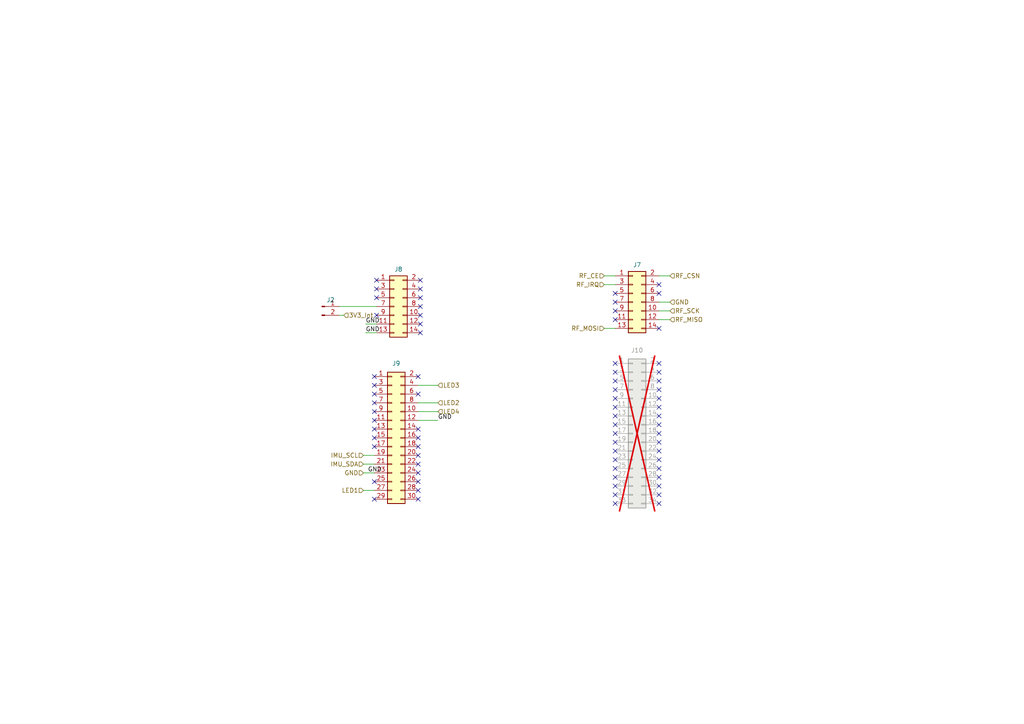
<source format=kicad_sch>
(kicad_sch
	(version 20231120)
	(generator "eeschema")
	(generator_version "8.0")
	(uuid "96a262b1-3a90-43ec-8511-8d0b196b43c8")
	(paper "A4")
	(lib_symbols
		(symbol "Connector:Conn_01x02_Pin"
			(pin_names
				(offset 1.016) hide)
			(exclude_from_sim no)
			(in_bom yes)
			(on_board yes)
			(property "Reference" "J"
				(at 0 2.54 0)
				(effects
					(font
						(size 1.27 1.27)
					)
				)
			)
			(property "Value" "Conn_01x02_Pin"
				(at 0 -5.08 0)
				(effects
					(font
						(size 1.27 1.27)
					)
				)
			)
			(property "Footprint" ""
				(at 0 0 0)
				(effects
					(font
						(size 1.27 1.27)
					)
					(hide yes)
				)
			)
			(property "Datasheet" "~"
				(at 0 0 0)
				(effects
					(font
						(size 1.27 1.27)
					)
					(hide yes)
				)
			)
			(property "Description" "Generic connector, single row, 01x02, script generated"
				(at 0 0 0)
				(effects
					(font
						(size 1.27 1.27)
					)
					(hide yes)
				)
			)
			(property "ki_locked" ""
				(at 0 0 0)
				(effects
					(font
						(size 1.27 1.27)
					)
				)
			)
			(property "ki_keywords" "connector"
				(at 0 0 0)
				(effects
					(font
						(size 1.27 1.27)
					)
					(hide yes)
				)
			)
			(property "ki_fp_filters" "Connector*:*_1x??_*"
				(at 0 0 0)
				(effects
					(font
						(size 1.27 1.27)
					)
					(hide yes)
				)
			)
			(symbol "Conn_01x02_Pin_1_1"
				(polyline
					(pts
						(xy 1.27 -2.54) (xy 0.8636 -2.54)
					)
					(stroke
						(width 0.1524)
						(type default)
					)
					(fill
						(type none)
					)
				)
				(polyline
					(pts
						(xy 1.27 0) (xy 0.8636 0)
					)
					(stroke
						(width 0.1524)
						(type default)
					)
					(fill
						(type none)
					)
				)
				(rectangle
					(start 0.8636 -2.413)
					(end 0 -2.667)
					(stroke
						(width 0.1524)
						(type default)
					)
					(fill
						(type outline)
					)
				)
				(rectangle
					(start 0.8636 0.127)
					(end 0 -0.127)
					(stroke
						(width 0.1524)
						(type default)
					)
					(fill
						(type outline)
					)
				)
				(pin passive line
					(at 5.08 0 180)
					(length 3.81)
					(name "Pin_1"
						(effects
							(font
								(size 1.27 1.27)
							)
						)
					)
					(number "1"
						(effects
							(font
								(size 1.27 1.27)
							)
						)
					)
				)
				(pin passive line
					(at 5.08 -2.54 180)
					(length 3.81)
					(name "Pin_2"
						(effects
							(font
								(size 1.27 1.27)
							)
						)
					)
					(number "2"
						(effects
							(font
								(size 1.27 1.27)
							)
						)
					)
				)
			)
		)
		(symbol "Connector_Generic:Conn_02x07_Odd_Even"
			(pin_names
				(offset 1.016) hide)
			(exclude_from_sim no)
			(in_bom yes)
			(on_board yes)
			(property "Reference" "J"
				(at 1.27 10.16 0)
				(effects
					(font
						(size 1.27 1.27)
					)
				)
			)
			(property "Value" "Conn_02x07_Odd_Even"
				(at 1.27 -10.16 0)
				(effects
					(font
						(size 1.27 1.27)
					)
				)
			)
			(property "Footprint" ""
				(at 0 0 0)
				(effects
					(font
						(size 1.27 1.27)
					)
					(hide yes)
				)
			)
			(property "Datasheet" "~"
				(at 0 0 0)
				(effects
					(font
						(size 1.27 1.27)
					)
					(hide yes)
				)
			)
			(property "Description" "Generic connector, double row, 02x07, odd/even pin numbering scheme (row 1 odd numbers, row 2 even numbers), script generated (kicad-library-utils/schlib/autogen/connector/)"
				(at 0 0 0)
				(effects
					(font
						(size 1.27 1.27)
					)
					(hide yes)
				)
			)
			(property "ki_keywords" "connector"
				(at 0 0 0)
				(effects
					(font
						(size 1.27 1.27)
					)
					(hide yes)
				)
			)
			(property "ki_fp_filters" "Connector*:*_2x??_*"
				(at 0 0 0)
				(effects
					(font
						(size 1.27 1.27)
					)
					(hide yes)
				)
			)
			(symbol "Conn_02x07_Odd_Even_1_1"
				(rectangle
					(start -1.27 -7.493)
					(end 0 -7.747)
					(stroke
						(width 0.1524)
						(type default)
					)
					(fill
						(type none)
					)
				)
				(rectangle
					(start -1.27 -4.953)
					(end 0 -5.207)
					(stroke
						(width 0.1524)
						(type default)
					)
					(fill
						(type none)
					)
				)
				(rectangle
					(start -1.27 -2.413)
					(end 0 -2.667)
					(stroke
						(width 0.1524)
						(type default)
					)
					(fill
						(type none)
					)
				)
				(rectangle
					(start -1.27 0.127)
					(end 0 -0.127)
					(stroke
						(width 0.1524)
						(type default)
					)
					(fill
						(type none)
					)
				)
				(rectangle
					(start -1.27 2.667)
					(end 0 2.413)
					(stroke
						(width 0.1524)
						(type default)
					)
					(fill
						(type none)
					)
				)
				(rectangle
					(start -1.27 5.207)
					(end 0 4.953)
					(stroke
						(width 0.1524)
						(type default)
					)
					(fill
						(type none)
					)
				)
				(rectangle
					(start -1.27 7.747)
					(end 0 7.493)
					(stroke
						(width 0.1524)
						(type default)
					)
					(fill
						(type none)
					)
				)
				(rectangle
					(start -1.27 8.89)
					(end 3.81 -8.89)
					(stroke
						(width 0.254)
						(type default)
					)
					(fill
						(type background)
					)
				)
				(rectangle
					(start 3.81 -7.493)
					(end 2.54 -7.747)
					(stroke
						(width 0.1524)
						(type default)
					)
					(fill
						(type none)
					)
				)
				(rectangle
					(start 3.81 -4.953)
					(end 2.54 -5.207)
					(stroke
						(width 0.1524)
						(type default)
					)
					(fill
						(type none)
					)
				)
				(rectangle
					(start 3.81 -2.413)
					(end 2.54 -2.667)
					(stroke
						(width 0.1524)
						(type default)
					)
					(fill
						(type none)
					)
				)
				(rectangle
					(start 3.81 0.127)
					(end 2.54 -0.127)
					(stroke
						(width 0.1524)
						(type default)
					)
					(fill
						(type none)
					)
				)
				(rectangle
					(start 3.81 2.667)
					(end 2.54 2.413)
					(stroke
						(width 0.1524)
						(type default)
					)
					(fill
						(type none)
					)
				)
				(rectangle
					(start 3.81 5.207)
					(end 2.54 4.953)
					(stroke
						(width 0.1524)
						(type default)
					)
					(fill
						(type none)
					)
				)
				(rectangle
					(start 3.81 7.747)
					(end 2.54 7.493)
					(stroke
						(width 0.1524)
						(type default)
					)
					(fill
						(type none)
					)
				)
				(pin passive line
					(at -5.08 7.62 0)
					(length 3.81)
					(name "Pin_1"
						(effects
							(font
								(size 1.27 1.27)
							)
						)
					)
					(number "1"
						(effects
							(font
								(size 1.27 1.27)
							)
						)
					)
				)
				(pin passive line
					(at 7.62 -2.54 180)
					(length 3.81)
					(name "Pin_10"
						(effects
							(font
								(size 1.27 1.27)
							)
						)
					)
					(number "10"
						(effects
							(font
								(size 1.27 1.27)
							)
						)
					)
				)
				(pin passive line
					(at -5.08 -5.08 0)
					(length 3.81)
					(name "Pin_11"
						(effects
							(font
								(size 1.27 1.27)
							)
						)
					)
					(number "11"
						(effects
							(font
								(size 1.27 1.27)
							)
						)
					)
				)
				(pin passive line
					(at 7.62 -5.08 180)
					(length 3.81)
					(name "Pin_12"
						(effects
							(font
								(size 1.27 1.27)
							)
						)
					)
					(number "12"
						(effects
							(font
								(size 1.27 1.27)
							)
						)
					)
				)
				(pin passive line
					(at -5.08 -7.62 0)
					(length 3.81)
					(name "Pin_13"
						(effects
							(font
								(size 1.27 1.27)
							)
						)
					)
					(number "13"
						(effects
							(font
								(size 1.27 1.27)
							)
						)
					)
				)
				(pin passive line
					(at 7.62 -7.62 180)
					(length 3.81)
					(name "Pin_14"
						(effects
							(font
								(size 1.27 1.27)
							)
						)
					)
					(number "14"
						(effects
							(font
								(size 1.27 1.27)
							)
						)
					)
				)
				(pin passive line
					(at 7.62 7.62 180)
					(length 3.81)
					(name "Pin_2"
						(effects
							(font
								(size 1.27 1.27)
							)
						)
					)
					(number "2"
						(effects
							(font
								(size 1.27 1.27)
							)
						)
					)
				)
				(pin passive line
					(at -5.08 5.08 0)
					(length 3.81)
					(name "Pin_3"
						(effects
							(font
								(size 1.27 1.27)
							)
						)
					)
					(number "3"
						(effects
							(font
								(size 1.27 1.27)
							)
						)
					)
				)
				(pin passive line
					(at 7.62 5.08 180)
					(length 3.81)
					(name "Pin_4"
						(effects
							(font
								(size 1.27 1.27)
							)
						)
					)
					(number "4"
						(effects
							(font
								(size 1.27 1.27)
							)
						)
					)
				)
				(pin passive line
					(at -5.08 2.54 0)
					(length 3.81)
					(name "Pin_5"
						(effects
							(font
								(size 1.27 1.27)
							)
						)
					)
					(number "5"
						(effects
							(font
								(size 1.27 1.27)
							)
						)
					)
				)
				(pin passive line
					(at 7.62 2.54 180)
					(length 3.81)
					(name "Pin_6"
						(effects
							(font
								(size 1.27 1.27)
							)
						)
					)
					(number "6"
						(effects
							(font
								(size 1.27 1.27)
							)
						)
					)
				)
				(pin passive line
					(at -5.08 0 0)
					(length 3.81)
					(name "Pin_7"
						(effects
							(font
								(size 1.27 1.27)
							)
						)
					)
					(number "7"
						(effects
							(font
								(size 1.27 1.27)
							)
						)
					)
				)
				(pin passive line
					(at 7.62 0 180)
					(length 3.81)
					(name "Pin_8"
						(effects
							(font
								(size 1.27 1.27)
							)
						)
					)
					(number "8"
						(effects
							(font
								(size 1.27 1.27)
							)
						)
					)
				)
				(pin passive line
					(at -5.08 -2.54 0)
					(length 3.81)
					(name "Pin_9"
						(effects
							(font
								(size 1.27 1.27)
							)
						)
					)
					(number "9"
						(effects
							(font
								(size 1.27 1.27)
							)
						)
					)
				)
			)
		)
		(symbol "Connector_Generic:Conn_02x15_Odd_Even"
			(pin_names
				(offset 1.016) hide)
			(exclude_from_sim no)
			(in_bom yes)
			(on_board yes)
			(property "Reference" "J"
				(at 1.27 20.32 0)
				(effects
					(font
						(size 1.27 1.27)
					)
				)
			)
			(property "Value" "Conn_02x15_Odd_Even"
				(at 1.27 -20.32 0)
				(effects
					(font
						(size 1.27 1.27)
					)
				)
			)
			(property "Footprint" ""
				(at 0 0 0)
				(effects
					(font
						(size 1.27 1.27)
					)
					(hide yes)
				)
			)
			(property "Datasheet" "~"
				(at 0 0 0)
				(effects
					(font
						(size 1.27 1.27)
					)
					(hide yes)
				)
			)
			(property "Description" "Generic connector, double row, 02x15, odd/even pin numbering scheme (row 1 odd numbers, row 2 even numbers), script generated (kicad-library-utils/schlib/autogen/connector/)"
				(at 0 0 0)
				(effects
					(font
						(size 1.27 1.27)
					)
					(hide yes)
				)
			)
			(property "ki_keywords" "connector"
				(at 0 0 0)
				(effects
					(font
						(size 1.27 1.27)
					)
					(hide yes)
				)
			)
			(property "ki_fp_filters" "Connector*:*_2x??_*"
				(at 0 0 0)
				(effects
					(font
						(size 1.27 1.27)
					)
					(hide yes)
				)
			)
			(symbol "Conn_02x15_Odd_Even_1_1"
				(rectangle
					(start -1.27 -17.653)
					(end 0 -17.907)
					(stroke
						(width 0.1524)
						(type default)
					)
					(fill
						(type none)
					)
				)
				(rectangle
					(start -1.27 -15.113)
					(end 0 -15.367)
					(stroke
						(width 0.1524)
						(type default)
					)
					(fill
						(type none)
					)
				)
				(rectangle
					(start -1.27 -12.573)
					(end 0 -12.827)
					(stroke
						(width 0.1524)
						(type default)
					)
					(fill
						(type none)
					)
				)
				(rectangle
					(start -1.27 -10.033)
					(end 0 -10.287)
					(stroke
						(width 0.1524)
						(type default)
					)
					(fill
						(type none)
					)
				)
				(rectangle
					(start -1.27 -7.493)
					(end 0 -7.747)
					(stroke
						(width 0.1524)
						(type default)
					)
					(fill
						(type none)
					)
				)
				(rectangle
					(start -1.27 -4.953)
					(end 0 -5.207)
					(stroke
						(width 0.1524)
						(type default)
					)
					(fill
						(type none)
					)
				)
				(rectangle
					(start -1.27 -2.413)
					(end 0 -2.667)
					(stroke
						(width 0.1524)
						(type default)
					)
					(fill
						(type none)
					)
				)
				(rectangle
					(start -1.27 0.127)
					(end 0 -0.127)
					(stroke
						(width 0.1524)
						(type default)
					)
					(fill
						(type none)
					)
				)
				(rectangle
					(start -1.27 2.667)
					(end 0 2.413)
					(stroke
						(width 0.1524)
						(type default)
					)
					(fill
						(type none)
					)
				)
				(rectangle
					(start -1.27 5.207)
					(end 0 4.953)
					(stroke
						(width 0.1524)
						(type default)
					)
					(fill
						(type none)
					)
				)
				(rectangle
					(start -1.27 7.747)
					(end 0 7.493)
					(stroke
						(width 0.1524)
						(type default)
					)
					(fill
						(type none)
					)
				)
				(rectangle
					(start -1.27 10.287)
					(end 0 10.033)
					(stroke
						(width 0.1524)
						(type default)
					)
					(fill
						(type none)
					)
				)
				(rectangle
					(start -1.27 12.827)
					(end 0 12.573)
					(stroke
						(width 0.1524)
						(type default)
					)
					(fill
						(type none)
					)
				)
				(rectangle
					(start -1.27 15.367)
					(end 0 15.113)
					(stroke
						(width 0.1524)
						(type default)
					)
					(fill
						(type none)
					)
				)
				(rectangle
					(start -1.27 17.907)
					(end 0 17.653)
					(stroke
						(width 0.1524)
						(type default)
					)
					(fill
						(type none)
					)
				)
				(rectangle
					(start -1.27 19.05)
					(end 3.81 -19.05)
					(stroke
						(width 0.254)
						(type default)
					)
					(fill
						(type background)
					)
				)
				(rectangle
					(start 3.81 -17.653)
					(end 2.54 -17.907)
					(stroke
						(width 0.1524)
						(type default)
					)
					(fill
						(type none)
					)
				)
				(rectangle
					(start 3.81 -15.113)
					(end 2.54 -15.367)
					(stroke
						(width 0.1524)
						(type default)
					)
					(fill
						(type none)
					)
				)
				(rectangle
					(start 3.81 -12.573)
					(end 2.54 -12.827)
					(stroke
						(width 0.1524)
						(type default)
					)
					(fill
						(type none)
					)
				)
				(rectangle
					(start 3.81 -10.033)
					(end 2.54 -10.287)
					(stroke
						(width 0.1524)
						(type default)
					)
					(fill
						(type none)
					)
				)
				(rectangle
					(start 3.81 -7.493)
					(end 2.54 -7.747)
					(stroke
						(width 0.1524)
						(type default)
					)
					(fill
						(type none)
					)
				)
				(rectangle
					(start 3.81 -4.953)
					(end 2.54 -5.207)
					(stroke
						(width 0.1524)
						(type default)
					)
					(fill
						(type none)
					)
				)
				(rectangle
					(start 3.81 -2.413)
					(end 2.54 -2.667)
					(stroke
						(width 0.1524)
						(type default)
					)
					(fill
						(type none)
					)
				)
				(rectangle
					(start 3.81 0.127)
					(end 2.54 -0.127)
					(stroke
						(width 0.1524)
						(type default)
					)
					(fill
						(type none)
					)
				)
				(rectangle
					(start 3.81 2.667)
					(end 2.54 2.413)
					(stroke
						(width 0.1524)
						(type default)
					)
					(fill
						(type none)
					)
				)
				(rectangle
					(start 3.81 5.207)
					(end 2.54 4.953)
					(stroke
						(width 0.1524)
						(type default)
					)
					(fill
						(type none)
					)
				)
				(rectangle
					(start 3.81 7.747)
					(end 2.54 7.493)
					(stroke
						(width 0.1524)
						(type default)
					)
					(fill
						(type none)
					)
				)
				(rectangle
					(start 3.81 10.287)
					(end 2.54 10.033)
					(stroke
						(width 0.1524)
						(type default)
					)
					(fill
						(type none)
					)
				)
				(rectangle
					(start 3.81 12.827)
					(end 2.54 12.573)
					(stroke
						(width 0.1524)
						(type default)
					)
					(fill
						(type none)
					)
				)
				(rectangle
					(start 3.81 15.367)
					(end 2.54 15.113)
					(stroke
						(width 0.1524)
						(type default)
					)
					(fill
						(type none)
					)
				)
				(rectangle
					(start 3.81 17.907)
					(end 2.54 17.653)
					(stroke
						(width 0.1524)
						(type default)
					)
					(fill
						(type none)
					)
				)
				(pin passive line
					(at -5.08 17.78 0)
					(length 3.81)
					(name "Pin_1"
						(effects
							(font
								(size 1.27 1.27)
							)
						)
					)
					(number "1"
						(effects
							(font
								(size 1.27 1.27)
							)
						)
					)
				)
				(pin passive line
					(at 7.62 7.62 180)
					(length 3.81)
					(name "Pin_10"
						(effects
							(font
								(size 1.27 1.27)
							)
						)
					)
					(number "10"
						(effects
							(font
								(size 1.27 1.27)
							)
						)
					)
				)
				(pin passive line
					(at -5.08 5.08 0)
					(length 3.81)
					(name "Pin_11"
						(effects
							(font
								(size 1.27 1.27)
							)
						)
					)
					(number "11"
						(effects
							(font
								(size 1.27 1.27)
							)
						)
					)
				)
				(pin passive line
					(at 7.62 5.08 180)
					(length 3.81)
					(name "Pin_12"
						(effects
							(font
								(size 1.27 1.27)
							)
						)
					)
					(number "12"
						(effects
							(font
								(size 1.27 1.27)
							)
						)
					)
				)
				(pin passive line
					(at -5.08 2.54 0)
					(length 3.81)
					(name "Pin_13"
						(effects
							(font
								(size 1.27 1.27)
							)
						)
					)
					(number "13"
						(effects
							(font
								(size 1.27 1.27)
							)
						)
					)
				)
				(pin passive line
					(at 7.62 2.54 180)
					(length 3.81)
					(name "Pin_14"
						(effects
							(font
								(size 1.27 1.27)
							)
						)
					)
					(number "14"
						(effects
							(font
								(size 1.27 1.27)
							)
						)
					)
				)
				(pin passive line
					(at -5.08 0 0)
					(length 3.81)
					(name "Pin_15"
						(effects
							(font
								(size 1.27 1.27)
							)
						)
					)
					(number "15"
						(effects
							(font
								(size 1.27 1.27)
							)
						)
					)
				)
				(pin passive line
					(at 7.62 0 180)
					(length 3.81)
					(name "Pin_16"
						(effects
							(font
								(size 1.27 1.27)
							)
						)
					)
					(number "16"
						(effects
							(font
								(size 1.27 1.27)
							)
						)
					)
				)
				(pin passive line
					(at -5.08 -2.54 0)
					(length 3.81)
					(name "Pin_17"
						(effects
							(font
								(size 1.27 1.27)
							)
						)
					)
					(number "17"
						(effects
							(font
								(size 1.27 1.27)
							)
						)
					)
				)
				(pin passive line
					(at 7.62 -2.54 180)
					(length 3.81)
					(name "Pin_18"
						(effects
							(font
								(size 1.27 1.27)
							)
						)
					)
					(number "18"
						(effects
							(font
								(size 1.27 1.27)
							)
						)
					)
				)
				(pin passive line
					(at -5.08 -5.08 0)
					(length 3.81)
					(name "Pin_19"
						(effects
							(font
								(size 1.27 1.27)
							)
						)
					)
					(number "19"
						(effects
							(font
								(size 1.27 1.27)
							)
						)
					)
				)
				(pin passive line
					(at 7.62 17.78 180)
					(length 3.81)
					(name "Pin_2"
						(effects
							(font
								(size 1.27 1.27)
							)
						)
					)
					(number "2"
						(effects
							(font
								(size 1.27 1.27)
							)
						)
					)
				)
				(pin passive line
					(at 7.62 -5.08 180)
					(length 3.81)
					(name "Pin_20"
						(effects
							(font
								(size 1.27 1.27)
							)
						)
					)
					(number "20"
						(effects
							(font
								(size 1.27 1.27)
							)
						)
					)
				)
				(pin passive line
					(at -5.08 -7.62 0)
					(length 3.81)
					(name "Pin_21"
						(effects
							(font
								(size 1.27 1.27)
							)
						)
					)
					(number "21"
						(effects
							(font
								(size 1.27 1.27)
							)
						)
					)
				)
				(pin passive line
					(at 7.62 -7.62 180)
					(length 3.81)
					(name "Pin_22"
						(effects
							(font
								(size 1.27 1.27)
							)
						)
					)
					(number "22"
						(effects
							(font
								(size 1.27 1.27)
							)
						)
					)
				)
				(pin passive line
					(at -5.08 -10.16 0)
					(length 3.81)
					(name "Pin_23"
						(effects
							(font
								(size 1.27 1.27)
							)
						)
					)
					(number "23"
						(effects
							(font
								(size 1.27 1.27)
							)
						)
					)
				)
				(pin passive line
					(at 7.62 -10.16 180)
					(length 3.81)
					(name "Pin_24"
						(effects
							(font
								(size 1.27 1.27)
							)
						)
					)
					(number "24"
						(effects
							(font
								(size 1.27 1.27)
							)
						)
					)
				)
				(pin passive line
					(at -5.08 -12.7 0)
					(length 3.81)
					(name "Pin_25"
						(effects
							(font
								(size 1.27 1.27)
							)
						)
					)
					(number "25"
						(effects
							(font
								(size 1.27 1.27)
							)
						)
					)
				)
				(pin passive line
					(at 7.62 -12.7 180)
					(length 3.81)
					(name "Pin_26"
						(effects
							(font
								(size 1.27 1.27)
							)
						)
					)
					(number "26"
						(effects
							(font
								(size 1.27 1.27)
							)
						)
					)
				)
				(pin passive line
					(at -5.08 -15.24 0)
					(length 3.81)
					(name "Pin_27"
						(effects
							(font
								(size 1.27 1.27)
							)
						)
					)
					(number "27"
						(effects
							(font
								(size 1.27 1.27)
							)
						)
					)
				)
				(pin passive line
					(at 7.62 -15.24 180)
					(length 3.81)
					(name "Pin_28"
						(effects
							(font
								(size 1.27 1.27)
							)
						)
					)
					(number "28"
						(effects
							(font
								(size 1.27 1.27)
							)
						)
					)
				)
				(pin passive line
					(at -5.08 -17.78 0)
					(length 3.81)
					(name "Pin_29"
						(effects
							(font
								(size 1.27 1.27)
							)
						)
					)
					(number "29"
						(effects
							(font
								(size 1.27 1.27)
							)
						)
					)
				)
				(pin passive line
					(at -5.08 15.24 0)
					(length 3.81)
					(name "Pin_3"
						(effects
							(font
								(size 1.27 1.27)
							)
						)
					)
					(number "3"
						(effects
							(font
								(size 1.27 1.27)
							)
						)
					)
				)
				(pin passive line
					(at 7.62 -17.78 180)
					(length 3.81)
					(name "Pin_30"
						(effects
							(font
								(size 1.27 1.27)
							)
						)
					)
					(number "30"
						(effects
							(font
								(size 1.27 1.27)
							)
						)
					)
				)
				(pin passive line
					(at 7.62 15.24 180)
					(length 3.81)
					(name "Pin_4"
						(effects
							(font
								(size 1.27 1.27)
							)
						)
					)
					(number "4"
						(effects
							(font
								(size 1.27 1.27)
							)
						)
					)
				)
				(pin passive line
					(at -5.08 12.7 0)
					(length 3.81)
					(name "Pin_5"
						(effects
							(font
								(size 1.27 1.27)
							)
						)
					)
					(number "5"
						(effects
							(font
								(size 1.27 1.27)
							)
						)
					)
				)
				(pin passive line
					(at 7.62 12.7 180)
					(length 3.81)
					(name "Pin_6"
						(effects
							(font
								(size 1.27 1.27)
							)
						)
					)
					(number "6"
						(effects
							(font
								(size 1.27 1.27)
							)
						)
					)
				)
				(pin passive line
					(at -5.08 10.16 0)
					(length 3.81)
					(name "Pin_7"
						(effects
							(font
								(size 1.27 1.27)
							)
						)
					)
					(number "7"
						(effects
							(font
								(size 1.27 1.27)
							)
						)
					)
				)
				(pin passive line
					(at 7.62 10.16 180)
					(length 3.81)
					(name "Pin_8"
						(effects
							(font
								(size 1.27 1.27)
							)
						)
					)
					(number "8"
						(effects
							(font
								(size 1.27 1.27)
							)
						)
					)
				)
				(pin passive line
					(at -5.08 7.62 0)
					(length 3.81)
					(name "Pin_9"
						(effects
							(font
								(size 1.27 1.27)
							)
						)
					)
					(number "9"
						(effects
							(font
								(size 1.27 1.27)
							)
						)
					)
				)
			)
		)
		(symbol "Connector_Generic:Conn_02x17_Odd_Even"
			(pin_names
				(offset 1.016) hide)
			(exclude_from_sim no)
			(in_bom yes)
			(on_board yes)
			(property "Reference" "J"
				(at 1.27 22.86 0)
				(effects
					(font
						(size 1.27 1.27)
					)
				)
			)
			(property "Value" "Conn_02x17_Odd_Even"
				(at 1.27 -22.86 0)
				(effects
					(font
						(size 1.27 1.27)
					)
				)
			)
			(property "Footprint" ""
				(at 0 0 0)
				(effects
					(font
						(size 1.27 1.27)
					)
					(hide yes)
				)
			)
			(property "Datasheet" "~"
				(at 0 0 0)
				(effects
					(font
						(size 1.27 1.27)
					)
					(hide yes)
				)
			)
			(property "Description" "Generic connector, double row, 02x17, odd/even pin numbering scheme (row 1 odd numbers, row 2 even numbers), script generated (kicad-library-utils/schlib/autogen/connector/)"
				(at 0 0 0)
				(effects
					(font
						(size 1.27 1.27)
					)
					(hide yes)
				)
			)
			(property "ki_keywords" "connector"
				(at 0 0 0)
				(effects
					(font
						(size 1.27 1.27)
					)
					(hide yes)
				)
			)
			(property "ki_fp_filters" "Connector*:*_2x??_*"
				(at 0 0 0)
				(effects
					(font
						(size 1.27 1.27)
					)
					(hide yes)
				)
			)
			(symbol "Conn_02x17_Odd_Even_1_1"
				(rectangle
					(start -1.27 -20.193)
					(end 0 -20.447)
					(stroke
						(width 0.1524)
						(type default)
					)
					(fill
						(type none)
					)
				)
				(rectangle
					(start -1.27 -17.653)
					(end 0 -17.907)
					(stroke
						(width 0.1524)
						(type default)
					)
					(fill
						(type none)
					)
				)
				(rectangle
					(start -1.27 -15.113)
					(end 0 -15.367)
					(stroke
						(width 0.1524)
						(type default)
					)
					(fill
						(type none)
					)
				)
				(rectangle
					(start -1.27 -12.573)
					(end 0 -12.827)
					(stroke
						(width 0.1524)
						(type default)
					)
					(fill
						(type none)
					)
				)
				(rectangle
					(start -1.27 -10.033)
					(end 0 -10.287)
					(stroke
						(width 0.1524)
						(type default)
					)
					(fill
						(type none)
					)
				)
				(rectangle
					(start -1.27 -7.493)
					(end 0 -7.747)
					(stroke
						(width 0.1524)
						(type default)
					)
					(fill
						(type none)
					)
				)
				(rectangle
					(start -1.27 -4.953)
					(end 0 -5.207)
					(stroke
						(width 0.1524)
						(type default)
					)
					(fill
						(type none)
					)
				)
				(rectangle
					(start -1.27 -2.413)
					(end 0 -2.667)
					(stroke
						(width 0.1524)
						(type default)
					)
					(fill
						(type none)
					)
				)
				(rectangle
					(start -1.27 0.127)
					(end 0 -0.127)
					(stroke
						(width 0.1524)
						(type default)
					)
					(fill
						(type none)
					)
				)
				(rectangle
					(start -1.27 2.667)
					(end 0 2.413)
					(stroke
						(width 0.1524)
						(type default)
					)
					(fill
						(type none)
					)
				)
				(rectangle
					(start -1.27 5.207)
					(end 0 4.953)
					(stroke
						(width 0.1524)
						(type default)
					)
					(fill
						(type none)
					)
				)
				(rectangle
					(start -1.27 7.747)
					(end 0 7.493)
					(stroke
						(width 0.1524)
						(type default)
					)
					(fill
						(type none)
					)
				)
				(rectangle
					(start -1.27 10.287)
					(end 0 10.033)
					(stroke
						(width 0.1524)
						(type default)
					)
					(fill
						(type none)
					)
				)
				(rectangle
					(start -1.27 12.827)
					(end 0 12.573)
					(stroke
						(width 0.1524)
						(type default)
					)
					(fill
						(type none)
					)
				)
				(rectangle
					(start -1.27 15.367)
					(end 0 15.113)
					(stroke
						(width 0.1524)
						(type default)
					)
					(fill
						(type none)
					)
				)
				(rectangle
					(start -1.27 17.907)
					(end 0 17.653)
					(stroke
						(width 0.1524)
						(type default)
					)
					(fill
						(type none)
					)
				)
				(rectangle
					(start -1.27 20.447)
					(end 0 20.193)
					(stroke
						(width 0.1524)
						(type default)
					)
					(fill
						(type none)
					)
				)
				(rectangle
					(start -1.27 21.59)
					(end 3.81 -21.59)
					(stroke
						(width 0.254)
						(type default)
					)
					(fill
						(type background)
					)
				)
				(rectangle
					(start 3.81 -20.193)
					(end 2.54 -20.447)
					(stroke
						(width 0.1524)
						(type default)
					)
					(fill
						(type none)
					)
				)
				(rectangle
					(start 3.81 -17.653)
					(end 2.54 -17.907)
					(stroke
						(width 0.1524)
						(type default)
					)
					(fill
						(type none)
					)
				)
				(rectangle
					(start 3.81 -15.113)
					(end 2.54 -15.367)
					(stroke
						(width 0.1524)
						(type default)
					)
					(fill
						(type none)
					)
				)
				(rectangle
					(start 3.81 -12.573)
					(end 2.54 -12.827)
					(stroke
						(width 0.1524)
						(type default)
					)
					(fill
						(type none)
					)
				)
				(rectangle
					(start 3.81 -10.033)
					(end 2.54 -10.287)
					(stroke
						(width 0.1524)
						(type default)
					)
					(fill
						(type none)
					)
				)
				(rectangle
					(start 3.81 -7.493)
					(end 2.54 -7.747)
					(stroke
						(width 0.1524)
						(type default)
					)
					(fill
						(type none)
					)
				)
				(rectangle
					(start 3.81 -4.953)
					(end 2.54 -5.207)
					(stroke
						(width 0.1524)
						(type default)
					)
					(fill
						(type none)
					)
				)
				(rectangle
					(start 3.81 -2.413)
					(end 2.54 -2.667)
					(stroke
						(width 0.1524)
						(type default)
					)
					(fill
						(type none)
					)
				)
				(rectangle
					(start 3.81 0.127)
					(end 2.54 -0.127)
					(stroke
						(width 0.1524)
						(type default)
					)
					(fill
						(type none)
					)
				)
				(rectangle
					(start 3.81 2.667)
					(end 2.54 2.413)
					(stroke
						(width 0.1524)
						(type default)
					)
					(fill
						(type none)
					)
				)
				(rectangle
					(start 3.81 5.207)
					(end 2.54 4.953)
					(stroke
						(width 0.1524)
						(type default)
					)
					(fill
						(type none)
					)
				)
				(rectangle
					(start 3.81 7.747)
					(end 2.54 7.493)
					(stroke
						(width 0.1524)
						(type default)
					)
					(fill
						(type none)
					)
				)
				(rectangle
					(start 3.81 10.287)
					(end 2.54 10.033)
					(stroke
						(width 0.1524)
						(type default)
					)
					(fill
						(type none)
					)
				)
				(rectangle
					(start 3.81 12.827)
					(end 2.54 12.573)
					(stroke
						(width 0.1524)
						(type default)
					)
					(fill
						(type none)
					)
				)
				(rectangle
					(start 3.81 15.367)
					(end 2.54 15.113)
					(stroke
						(width 0.1524)
						(type default)
					)
					(fill
						(type none)
					)
				)
				(rectangle
					(start 3.81 17.907)
					(end 2.54 17.653)
					(stroke
						(width 0.1524)
						(type default)
					)
					(fill
						(type none)
					)
				)
				(rectangle
					(start 3.81 20.447)
					(end 2.54 20.193)
					(stroke
						(width 0.1524)
						(type default)
					)
					(fill
						(type none)
					)
				)
				(pin passive line
					(at -5.08 20.32 0)
					(length 3.81)
					(name "Pin_1"
						(effects
							(font
								(size 1.27 1.27)
							)
						)
					)
					(number "1"
						(effects
							(font
								(size 1.27 1.27)
							)
						)
					)
				)
				(pin passive line
					(at 7.62 10.16 180)
					(length 3.81)
					(name "Pin_10"
						(effects
							(font
								(size 1.27 1.27)
							)
						)
					)
					(number "10"
						(effects
							(font
								(size 1.27 1.27)
							)
						)
					)
				)
				(pin passive line
					(at -5.08 7.62 0)
					(length 3.81)
					(name "Pin_11"
						(effects
							(font
								(size 1.27 1.27)
							)
						)
					)
					(number "11"
						(effects
							(font
								(size 1.27 1.27)
							)
						)
					)
				)
				(pin passive line
					(at 7.62 7.62 180)
					(length 3.81)
					(name "Pin_12"
						(effects
							(font
								(size 1.27 1.27)
							)
						)
					)
					(number "12"
						(effects
							(font
								(size 1.27 1.27)
							)
						)
					)
				)
				(pin passive line
					(at -5.08 5.08 0)
					(length 3.81)
					(name "Pin_13"
						(effects
							(font
								(size 1.27 1.27)
							)
						)
					)
					(number "13"
						(effects
							(font
								(size 1.27 1.27)
							)
						)
					)
				)
				(pin passive line
					(at 7.62 5.08 180)
					(length 3.81)
					(name "Pin_14"
						(effects
							(font
								(size 1.27 1.27)
							)
						)
					)
					(number "14"
						(effects
							(font
								(size 1.27 1.27)
							)
						)
					)
				)
				(pin passive line
					(at -5.08 2.54 0)
					(length 3.81)
					(name "Pin_15"
						(effects
							(font
								(size 1.27 1.27)
							)
						)
					)
					(number "15"
						(effects
							(font
								(size 1.27 1.27)
							)
						)
					)
				)
				(pin passive line
					(at 7.62 2.54 180)
					(length 3.81)
					(name "Pin_16"
						(effects
							(font
								(size 1.27 1.27)
							)
						)
					)
					(number "16"
						(effects
							(font
								(size 1.27 1.27)
							)
						)
					)
				)
				(pin passive line
					(at -5.08 0 0)
					(length 3.81)
					(name "Pin_17"
						(effects
							(font
								(size 1.27 1.27)
							)
						)
					)
					(number "17"
						(effects
							(font
								(size 1.27 1.27)
							)
						)
					)
				)
				(pin passive line
					(at 7.62 0 180)
					(length 3.81)
					(name "Pin_18"
						(effects
							(font
								(size 1.27 1.27)
							)
						)
					)
					(number "18"
						(effects
							(font
								(size 1.27 1.27)
							)
						)
					)
				)
				(pin passive line
					(at -5.08 -2.54 0)
					(length 3.81)
					(name "Pin_19"
						(effects
							(font
								(size 1.27 1.27)
							)
						)
					)
					(number "19"
						(effects
							(font
								(size 1.27 1.27)
							)
						)
					)
				)
				(pin passive line
					(at 7.62 20.32 180)
					(length 3.81)
					(name "Pin_2"
						(effects
							(font
								(size 1.27 1.27)
							)
						)
					)
					(number "2"
						(effects
							(font
								(size 1.27 1.27)
							)
						)
					)
				)
				(pin passive line
					(at 7.62 -2.54 180)
					(length 3.81)
					(name "Pin_20"
						(effects
							(font
								(size 1.27 1.27)
							)
						)
					)
					(number "20"
						(effects
							(font
								(size 1.27 1.27)
							)
						)
					)
				)
				(pin passive line
					(at -5.08 -5.08 0)
					(length 3.81)
					(name "Pin_21"
						(effects
							(font
								(size 1.27 1.27)
							)
						)
					)
					(number "21"
						(effects
							(font
								(size 1.27 1.27)
							)
						)
					)
				)
				(pin passive line
					(at 7.62 -5.08 180)
					(length 3.81)
					(name "Pin_22"
						(effects
							(font
								(size 1.27 1.27)
							)
						)
					)
					(number "22"
						(effects
							(font
								(size 1.27 1.27)
							)
						)
					)
				)
				(pin passive line
					(at -5.08 -7.62 0)
					(length 3.81)
					(name "Pin_23"
						(effects
							(font
								(size 1.27 1.27)
							)
						)
					)
					(number "23"
						(effects
							(font
								(size 1.27 1.27)
							)
						)
					)
				)
				(pin passive line
					(at 7.62 -7.62 180)
					(length 3.81)
					(name "Pin_24"
						(effects
							(font
								(size 1.27 1.27)
							)
						)
					)
					(number "24"
						(effects
							(font
								(size 1.27 1.27)
							)
						)
					)
				)
				(pin passive line
					(at -5.08 -10.16 0)
					(length 3.81)
					(name "Pin_25"
						(effects
							(font
								(size 1.27 1.27)
							)
						)
					)
					(number "25"
						(effects
							(font
								(size 1.27 1.27)
							)
						)
					)
				)
				(pin passive line
					(at 7.62 -10.16 180)
					(length 3.81)
					(name "Pin_26"
						(effects
							(font
								(size 1.27 1.27)
							)
						)
					)
					(number "26"
						(effects
							(font
								(size 1.27 1.27)
							)
						)
					)
				)
				(pin passive line
					(at -5.08 -12.7 0)
					(length 3.81)
					(name "Pin_27"
						(effects
							(font
								(size 1.27 1.27)
							)
						)
					)
					(number "27"
						(effects
							(font
								(size 1.27 1.27)
							)
						)
					)
				)
				(pin passive line
					(at 7.62 -12.7 180)
					(length 3.81)
					(name "Pin_28"
						(effects
							(font
								(size 1.27 1.27)
							)
						)
					)
					(number "28"
						(effects
							(font
								(size 1.27 1.27)
							)
						)
					)
				)
				(pin passive line
					(at -5.08 -15.24 0)
					(length 3.81)
					(name "Pin_29"
						(effects
							(font
								(size 1.27 1.27)
							)
						)
					)
					(number "29"
						(effects
							(font
								(size 1.27 1.27)
							)
						)
					)
				)
				(pin passive line
					(at -5.08 17.78 0)
					(length 3.81)
					(name "Pin_3"
						(effects
							(font
								(size 1.27 1.27)
							)
						)
					)
					(number "3"
						(effects
							(font
								(size 1.27 1.27)
							)
						)
					)
				)
				(pin passive line
					(at 7.62 -15.24 180)
					(length 3.81)
					(name "Pin_30"
						(effects
							(font
								(size 1.27 1.27)
							)
						)
					)
					(number "30"
						(effects
							(font
								(size 1.27 1.27)
							)
						)
					)
				)
				(pin passive line
					(at -5.08 -17.78 0)
					(length 3.81)
					(name "Pin_31"
						(effects
							(font
								(size 1.27 1.27)
							)
						)
					)
					(number "31"
						(effects
							(font
								(size 1.27 1.27)
							)
						)
					)
				)
				(pin passive line
					(at 7.62 -17.78 180)
					(length 3.81)
					(name "Pin_32"
						(effects
							(font
								(size 1.27 1.27)
							)
						)
					)
					(number "32"
						(effects
							(font
								(size 1.27 1.27)
							)
						)
					)
				)
				(pin passive line
					(at -5.08 -20.32 0)
					(length 3.81)
					(name "Pin_33"
						(effects
							(font
								(size 1.27 1.27)
							)
						)
					)
					(number "33"
						(effects
							(font
								(size 1.27 1.27)
							)
						)
					)
				)
				(pin passive line
					(at 7.62 -20.32 180)
					(length 3.81)
					(name "Pin_34"
						(effects
							(font
								(size 1.27 1.27)
							)
						)
					)
					(number "34"
						(effects
							(font
								(size 1.27 1.27)
							)
						)
					)
				)
				(pin passive line
					(at 7.62 17.78 180)
					(length 3.81)
					(name "Pin_4"
						(effects
							(font
								(size 1.27 1.27)
							)
						)
					)
					(number "4"
						(effects
							(font
								(size 1.27 1.27)
							)
						)
					)
				)
				(pin passive line
					(at -5.08 15.24 0)
					(length 3.81)
					(name "Pin_5"
						(effects
							(font
								(size 1.27 1.27)
							)
						)
					)
					(number "5"
						(effects
							(font
								(size 1.27 1.27)
							)
						)
					)
				)
				(pin passive line
					(at 7.62 15.24 180)
					(length 3.81)
					(name "Pin_6"
						(effects
							(font
								(size 1.27 1.27)
							)
						)
					)
					(number "6"
						(effects
							(font
								(size 1.27 1.27)
							)
						)
					)
				)
				(pin passive line
					(at -5.08 12.7 0)
					(length 3.81)
					(name "Pin_7"
						(effects
							(font
								(size 1.27 1.27)
							)
						)
					)
					(number "7"
						(effects
							(font
								(size 1.27 1.27)
							)
						)
					)
				)
				(pin passive line
					(at 7.62 12.7 180)
					(length 3.81)
					(name "Pin_8"
						(effects
							(font
								(size 1.27 1.27)
							)
						)
					)
					(number "8"
						(effects
							(font
								(size 1.27 1.27)
							)
						)
					)
				)
				(pin passive line
					(at -5.08 10.16 0)
					(length 3.81)
					(name "Pin_9"
						(effects
							(font
								(size 1.27 1.27)
							)
						)
					)
					(number "9"
						(effects
							(font
								(size 1.27 1.27)
							)
						)
					)
				)
			)
		)
	)
	(no_connect
		(at 178.435 87.63)
		(uuid "00e74546-ebeb-4a75-8d26-a5661eb90805")
	)
	(no_connect
		(at 191.135 110.49)
		(uuid "01de4268-d102-4c35-b59e-41a879e7bad7")
	)
	(no_connect
		(at 178.435 146.05)
		(uuid "02278160-6f8a-4eee-8d23-57cfbb69f1c0")
	)
	(no_connect
		(at 108.585 144.78)
		(uuid "04728f8d-1161-4d53-a480-138194805add")
	)
	(no_connect
		(at 121.285 114.3)
		(uuid "0c242342-7fab-4929-b6f8-57b2f21bacff")
	)
	(no_connect
		(at 108.585 121.92)
		(uuid "0ccbd250-8481-4756-ba6e-22276aa25117")
	)
	(no_connect
		(at 191.135 118.11)
		(uuid "13955944-792d-44d8-8216-74bb544fb1bf")
	)
	(no_connect
		(at 108.585 109.22)
		(uuid "17dba219-de7e-4fc3-96bf-31d98af667e3")
	)
	(no_connect
		(at 108.585 119.38)
		(uuid "219fee9e-ba07-4d72-a20d-db6042dc3a8c")
	)
	(no_connect
		(at 178.435 135.89)
		(uuid "233ffece-bac1-4fd6-9e99-f6d8af59c6de")
	)
	(no_connect
		(at 109.22 91.44)
		(uuid "2df2a408-de13-46de-b49e-e375e987b4f3")
	)
	(no_connect
		(at 121.285 142.24)
		(uuid "2f0ac778-93a4-43fe-b40a-9923ac5f0d48")
	)
	(no_connect
		(at 191.135 105.41)
		(uuid "3083d4f6-6aa5-4d0e-9908-3d2d8b004ed1")
	)
	(no_connect
		(at 121.285 124.46)
		(uuid "3a6c8c1b-69cb-4185-b0e0-605c3a8957b0")
	)
	(no_connect
		(at 191.135 125.73)
		(uuid "3b175d3a-b8e5-4b29-9be7-ba00efd63ced")
	)
	(no_connect
		(at 191.135 130.81)
		(uuid "3d5f1773-acba-470f-b09c-6c06581906ed")
	)
	(no_connect
		(at 191.135 143.51)
		(uuid "40eb4006-8930-4063-8dcb-1cbd0d00681b")
	)
	(no_connect
		(at 178.435 123.19)
		(uuid "419f7089-3a24-4d50-b26c-6bb3c9a8d272")
	)
	(no_connect
		(at 178.435 138.43)
		(uuid "43020354-0164-494c-b3d2-d357650cfea5")
	)
	(no_connect
		(at 191.135 133.35)
		(uuid "4a57753b-9031-49ab-982b-1c886494baa8")
	)
	(no_connect
		(at 121.285 139.7)
		(uuid "4e44eb42-ca88-4fb0-929b-60a95e80cbb0")
	)
	(no_connect
		(at 121.92 86.36)
		(uuid "50051061-ee3f-4356-b3e4-7d0ed7cbff95")
	)
	(no_connect
		(at 108.585 127)
		(uuid "53db221f-f695-43fb-bf36-0b049fd642bc")
	)
	(no_connect
		(at 178.435 130.81)
		(uuid "556841fa-806b-49c3-8699-380e0ea3f3d1")
	)
	(no_connect
		(at 191.135 95.25)
		(uuid "556ad595-fde8-4a1a-b7a1-74a3ce202e98")
	)
	(no_connect
		(at 109.22 86.36)
		(uuid "5a0024d8-6320-4db6-bdf8-d6434b9ce1d7")
	)
	(no_connect
		(at 178.435 105.41)
		(uuid "5e196a88-b6d2-445d-8b28-9b9b9d66f752")
	)
	(no_connect
		(at 108.585 116.84)
		(uuid "5fa70ce4-3499-4266-9e03-c1374cbd9686")
	)
	(no_connect
		(at 178.435 92.71)
		(uuid "62cf13c1-4232-4621-b2b8-ce87a05c8383")
	)
	(no_connect
		(at 178.435 113.03)
		(uuid "6f6734a5-a869-43af-94f9-d23acea03f11")
	)
	(no_connect
		(at 178.435 85.09)
		(uuid "732e0203-7c33-4b15-9208-be60ec872336")
	)
	(no_connect
		(at 121.285 129.54)
		(uuid "74dbb4a3-b78f-4527-9e8d-51f084ec3e94")
	)
	(no_connect
		(at 108.585 139.7)
		(uuid "7544f9c3-5613-4df8-9b17-1d8527c23fb9")
	)
	(no_connect
		(at 121.92 88.9)
		(uuid "785fc04e-a3d8-452b-9b5f-5ff586e31b8d")
	)
	(no_connect
		(at 109.22 83.82)
		(uuid "7bd2938d-5d9b-4079-ad40-4ca1caf98111")
	)
	(no_connect
		(at 108.585 114.3)
		(uuid "7e67e67c-d936-448d-ba68-8bf4cce72ea2")
	)
	(no_connect
		(at 191.135 82.55)
		(uuid "84575969-227d-4b88-a02f-68f07329b4aa")
	)
	(no_connect
		(at 178.435 140.97)
		(uuid "8630f9c5-2100-40e9-a360-99734957dd9e")
	)
	(no_connect
		(at 178.435 120.65)
		(uuid "88bc6047-c769-4444-a24a-0e2e51b3c647")
	)
	(no_connect
		(at 178.435 128.27)
		(uuid "8b604c83-d9ae-4277-b767-350e0a311e6b")
	)
	(no_connect
		(at 191.135 128.27)
		(uuid "8b6a4414-c65b-4300-9285-e9fe16ba3859")
	)
	(no_connect
		(at 191.135 107.95)
		(uuid "90833233-2f55-4d17-8961-405be4bb4115")
	)
	(no_connect
		(at 109.22 81.28)
		(uuid "91610512-62ee-48a0-bf17-103714dc4691")
	)
	(no_connect
		(at 121.92 81.28)
		(uuid "95f5fcfd-834d-48a7-8f81-b86e97e5dada")
	)
	(no_connect
		(at 178.435 143.51)
		(uuid "a61066b9-793d-4d20-bb22-657f28267a9e")
	)
	(no_connect
		(at 191.135 113.03)
		(uuid "a84c8532-8926-4d8d-9eef-851598bace82")
	)
	(no_connect
		(at 178.435 125.73)
		(uuid "a989f359-9745-4957-a32c-942b63ae87a0")
	)
	(no_connect
		(at 121.285 127)
		(uuid "ad3eaf06-b524-4441-8061-56bbbfd62b22")
	)
	(no_connect
		(at 178.435 133.35)
		(uuid "b43aa019-8f9a-4e56-a2f3-7c8490f810e1")
	)
	(no_connect
		(at 121.285 134.62)
		(uuid "b7a24cb7-ead4-4f33-91ab-8c4178e4bba1")
	)
	(no_connect
		(at 191.135 85.09)
		(uuid "b8e8b718-886c-4e72-8550-d2add1f1b1d2")
	)
	(no_connect
		(at 178.435 107.95)
		(uuid "c0675a91-3d68-4604-a658-a040d6cf9491")
	)
	(no_connect
		(at 178.435 118.11)
		(uuid "c346855d-ec97-4305-80b7-75f92a1607a0")
	)
	(no_connect
		(at 178.435 115.57)
		(uuid "c7fdbbc9-14b8-422e-9faf-5ef2fc5abaa4")
	)
	(no_connect
		(at 121.92 83.82)
		(uuid "c8157d8b-55c2-4ccd-b54f-049e8c433cfa")
	)
	(no_connect
		(at 191.135 138.43)
		(uuid "cdb99bbb-d2b8-499c-b223-ad5c542679d8")
	)
	(no_connect
		(at 191.135 123.19)
		(uuid "d342dbd7-dfeb-4975-9d2f-9c3f4beb6d61")
	)
	(no_connect
		(at 121.92 93.98)
		(uuid "d443199d-d0bd-4399-a47f-53d6b2bf2370")
	)
	(no_connect
		(at 108.585 129.54)
		(uuid "d89cc918-9256-4d2e-a304-ff72ad3f00a1")
	)
	(no_connect
		(at 121.92 96.52)
		(uuid "db6a644e-5b83-4de9-9986-208e029e63b3")
	)
	(no_connect
		(at 178.435 90.17)
		(uuid "dbcdee67-1b92-408a-84d1-af7145dfec86")
	)
	(no_connect
		(at 191.135 120.65)
		(uuid "ddd2396b-5941-4038-9780-149695124817")
	)
	(no_connect
		(at 121.92 91.44)
		(uuid "deaea5ce-66b5-451f-b70f-16532e005fc3")
	)
	(no_connect
		(at 121.285 132.08)
		(uuid "e295a643-7e5b-4c1e-9105-75123e82bbb5")
	)
	(no_connect
		(at 191.135 115.57)
		(uuid "e5a21ea3-0ad6-4980-9bc4-ea077a22aa06")
	)
	(no_connect
		(at 108.585 124.46)
		(uuid "e60b59c2-f0a4-4299-97b0-21f1032ea854")
	)
	(no_connect
		(at 191.135 146.05)
		(uuid "e6a31035-5d6d-41c4-9733-9c68290115d1")
	)
	(no_connect
		(at 121.285 144.78)
		(uuid "ee5df316-821d-489b-9a00-df10083d8d60")
	)
	(no_connect
		(at 191.135 140.97)
		(uuid "f2c79a05-4411-4cbb-91c1-c52e62ee7e86")
	)
	(no_connect
		(at 121.285 137.16)
		(uuid "f2eb142f-bd24-42af-bca4-f6ea9bf95e3b")
	)
	(no_connect
		(at 191.135 135.89)
		(uuid "f5771b32-5e45-4e1d-8d87-0b9ab3d05f32")
	)
	(no_connect
		(at 178.435 110.49)
		(uuid "fa0aeca8-2e91-4190-bea8-2bed89272ce6")
	)
	(no_connect
		(at 108.585 111.76)
		(uuid "fc15debb-8256-41c8-8680-e2835ca72585")
	)
	(no_connect
		(at 121.285 109.22)
		(uuid "fc704cc2-a957-4650-88ef-9019d9d5cef4")
	)
	(wire
		(pts
			(xy 98.425 88.9) (xy 109.22 88.9)
		)
		(stroke
			(width 0)
			(type default)
		)
		(uuid "2575e3dd-d042-4773-9cf8-d0f6b861936a")
	)
	(wire
		(pts
			(xy 108.585 134.62) (xy 105.41 134.62)
		)
		(stroke
			(width 0)
			(type default)
		)
		(uuid "281bd085-6e52-41f1-89ea-1a8f7a3a0d9d")
	)
	(wire
		(pts
			(xy 106.045 93.98) (xy 109.22 93.98)
		)
		(stroke
			(width 0)
			(type default)
		)
		(uuid "285f9ece-8938-4e75-a737-5c9e7591551e")
	)
	(wire
		(pts
			(xy 127 119.38) (xy 121.285 119.38)
		)
		(stroke
			(width 0)
			(type default)
		)
		(uuid "3128807a-90b5-4c87-913b-748d4814c0ee")
	)
	(wire
		(pts
			(xy 105.41 142.24) (xy 108.585 142.24)
		)
		(stroke
			(width 0)
			(type default)
		)
		(uuid "31a1bdb0-477b-404c-9d0d-ed816da53e4a")
	)
	(wire
		(pts
			(xy 127 121.92) (xy 121.285 121.92)
		)
		(stroke
			(width 0)
			(type default)
		)
		(uuid "5202d308-0e3b-483a-8013-c018a9b56202")
	)
	(wire
		(pts
			(xy 127 116.84) (xy 121.285 116.84)
		)
		(stroke
			(width 0)
			(type default)
		)
		(uuid "5f2fac66-6d19-49a8-94e3-d88e39978f7d")
	)
	(wire
		(pts
			(xy 108.585 137.16) (xy 105.41 137.16)
		)
		(stroke
			(width 0)
			(type default)
		)
		(uuid "76457a55-22d1-4bf0-8bb8-8e2894b0b0b3")
	)
	(wire
		(pts
			(xy 191.135 90.17) (xy 194.31 90.17)
		)
		(stroke
			(width 0)
			(type default)
		)
		(uuid "77915235-170f-423e-a873-a28c391bf79f")
	)
	(wire
		(pts
			(xy 99.695 91.44) (xy 98.425 91.44)
		)
		(stroke
			(width 0)
			(type default)
		)
		(uuid "7fb4e3ba-60aa-41a3-9037-13bac9ffbafd")
	)
	(wire
		(pts
			(xy 191.135 87.63) (xy 194.31 87.63)
		)
		(stroke
			(width 0)
			(type default)
		)
		(uuid "845e57eb-2d43-4013-9c90-019ef8409cda")
	)
	(wire
		(pts
			(xy 191.135 80.01) (xy 194.31 80.01)
		)
		(stroke
			(width 0)
			(type default)
		)
		(uuid "9e74de74-e774-490a-990b-bb668c5a1fef")
	)
	(wire
		(pts
			(xy 178.435 80.01) (xy 175.26 80.01)
		)
		(stroke
			(width 0)
			(type default)
		)
		(uuid "a3478787-737d-447b-914f-fe59fa38a6fb")
	)
	(wire
		(pts
			(xy 178.435 95.25) (xy 175.26 95.25)
		)
		(stroke
			(width 0)
			(type default)
		)
		(uuid "aaed3149-ce02-480e-948a-3e87a759487f")
	)
	(wire
		(pts
			(xy 121.285 111.76) (xy 127 111.76)
		)
		(stroke
			(width 0)
			(type default)
		)
		(uuid "bb09f244-0590-4824-b17d-a5f2e1f380bd")
	)
	(wire
		(pts
			(xy 191.135 92.71) (xy 194.31 92.71)
		)
		(stroke
			(width 0)
			(type default)
		)
		(uuid "c7967149-ea84-41d4-9808-729cb9e586f3")
	)
	(wire
		(pts
			(xy 106.045 96.52) (xy 109.22 96.52)
		)
		(stroke
			(width 0)
			(type default)
		)
		(uuid "cff493c6-f85e-4b9a-ab47-03d9903f0ccd")
	)
	(wire
		(pts
			(xy 178.435 82.55) (xy 175.26 82.55)
		)
		(stroke
			(width 0)
			(type default)
		)
		(uuid "da3b05f9-bc14-480b-811f-ed33ce516403")
	)
	(wire
		(pts
			(xy 108.585 132.08) (xy 105.41 132.08)
		)
		(stroke
			(width 0)
			(type default)
		)
		(uuid "e446f8b0-bc92-441a-ba62-da427269df3f")
	)
	(label "GND"
		(at 106.045 93.98 0)
		(fields_autoplaced yes)
		(effects
			(font
				(size 1.27 1.27)
			)
			(justify left bottom)
		)
		(uuid "2a5d0034-de0b-452e-ac64-ca84ffabe34e")
	)
	(label "GND"
		(at 106.045 96.52 0)
		(fields_autoplaced yes)
		(effects
			(font
				(size 1.27 1.27)
			)
			(justify left bottom)
		)
		(uuid "34c98b99-9186-48dc-9f78-12e5de27f0a4")
	)
	(label "GND"
		(at 127 121.92 0)
		(fields_autoplaced yes)
		(effects
			(font
				(size 1.27 1.27)
			)
			(justify left bottom)
		)
		(uuid "459e453a-98ed-4666-97c0-94f233b74a2f")
	)
	(label "GND"
		(at 106.68 137.16 0)
		(fields_autoplaced yes)
		(effects
			(font
				(size 1.27 1.27)
			)
			(justify left bottom)
		)
		(uuid "69b1bb1a-d22d-44c0-9a28-fefc868cd600")
	)
	(hierarchical_label "IMU_SCL"
		(shape input)
		(at 105.41 132.08 180)
		(fields_autoplaced yes)
		(effects
			(font
				(size 1.27 1.27)
			)
			(justify right)
		)
		(uuid "167bcaa7-79fe-4a78-992f-cbacda6f99c8")
	)
	(hierarchical_label "LED1"
		(shape input)
		(at 105.41 142.24 180)
		(fields_autoplaced yes)
		(effects
			(font
				(size 1.27 1.27)
			)
			(justify right)
		)
		(uuid "4315ec47-cc6f-4190-82e4-f19970f26edc")
	)
	(hierarchical_label "RF_MISO"
		(shape input)
		(at 194.31 92.71 0)
		(fields_autoplaced yes)
		(effects
			(font
				(size 1.27 1.27)
			)
			(justify left)
		)
		(uuid "5167542f-9db0-4e71-a5a3-976d5dba9b7d")
	)
	(hierarchical_label "LED3"
		(shape input)
		(at 127 111.76 0)
		(fields_autoplaced yes)
		(effects
			(font
				(size 1.27 1.27)
			)
			(justify left)
		)
		(uuid "58a72fe7-1f64-4788-b06a-b5196fb2ac51")
	)
	(hierarchical_label "LED4"
		(shape input)
		(at 127 119.38 0)
		(fields_autoplaced yes)
		(effects
			(font
				(size 1.27 1.27)
			)
			(justify left)
		)
		(uuid "629a7471-6481-4ddb-baf8-c8e6c5c54bd2")
	)
	(hierarchical_label "IMU_SDA"
		(shape input)
		(at 105.41 134.62 180)
		(fields_autoplaced yes)
		(effects
			(font
				(size 1.27 1.27)
			)
			(justify right)
		)
		(uuid "773a05c6-9397-4e0c-957b-abc01410e9be")
	)
	(hierarchical_label "GND"
		(shape input)
		(at 105.41 137.16 180)
		(fields_autoplaced yes)
		(effects
			(font
				(size 1.27 1.27)
			)
			(justify right)
		)
		(uuid "77623a7a-67c9-47ba-ad6d-0b7396a62cdc")
	)
	(hierarchical_label "GND"
		(shape input)
		(at 194.31 87.63 0)
		(fields_autoplaced yes)
		(effects
			(font
				(size 1.27 1.27)
			)
			(justify left)
		)
		(uuid "904a5aaa-50d6-4c61-a03e-ea352ee2441c")
	)
	(hierarchical_label "3V3_Int"
		(shape input)
		(at 99.695 91.44 0)
		(fields_autoplaced yes)
		(effects
			(font
				(size 1.27 1.27)
			)
			(justify left)
		)
		(uuid "a30dbe52-82aa-4710-a9b6-a054b8f86fa5")
	)
	(hierarchical_label "RF_MOSI"
		(shape input)
		(at 175.26 95.25 180)
		(fields_autoplaced yes)
		(effects
			(font
				(size 1.27 1.27)
			)
			(justify right)
		)
		(uuid "b44777bf-bec2-40d7-933a-c4228ef86a94")
	)
	(hierarchical_label "RF_SCK"
		(shape input)
		(at 194.31 90.17 0)
		(fields_autoplaced yes)
		(effects
			(font
				(size 1.27 1.27)
			)
			(justify left)
		)
		(uuid "c5999d64-bd10-4844-ba51-675e827a3307")
	)
	(hierarchical_label "RF_IRQ"
		(shape input)
		(at 175.26 82.55 180)
		(fields_autoplaced yes)
		(effects
			(font
				(size 1.27 1.27)
			)
			(justify right)
		)
		(uuid "c8aac804-1a4f-4a88-a0f1-c7389a74d062")
	)
	(hierarchical_label "RF_CE"
		(shape input)
		(at 175.26 80.01 180)
		(fields_autoplaced yes)
		(effects
			(font
				(size 1.27 1.27)
			)
			(justify right)
		)
		(uuid "c8b4b2be-4065-4259-9067-2d44b139fed4")
	)
	(hierarchical_label "LED2"
		(shape input)
		(at 127 116.84 0)
		(fields_autoplaced yes)
		(effects
			(font
				(size 1.27 1.27)
			)
			(justify left)
		)
		(uuid "f1eed3fe-6bef-4bd6-870a-395cddad60c6")
	)
	(hierarchical_label "RF_CSN"
		(shape input)
		(at 194.31 80.01 0)
		(fields_autoplaced yes)
		(effects
			(font
				(size 1.27 1.27)
			)
			(justify left)
		)
		(uuid "f314da19-9048-4122-9b46-f58fdb6ea1ef")
	)
	(symbol
		(lib_id "Connector_Generic:Conn_02x15_Odd_Even")
		(at 113.665 127 0)
		(unit 1)
		(exclude_from_sim no)
		(in_bom yes)
		(on_board yes)
		(dnp no)
		(fields_autoplaced yes)
		(uuid "9996daad-2d6d-445d-b083-c13b7c2f229f")
		(property "Reference" "J9"
			(at 114.935 105.41 0)
			(effects
				(font
					(size 1.27 1.27)
				)
			)
		)
		(property "Value" "Conn_02x30_Odd_Even"
			(at 114.935 106.045 0)
			(effects
				(font
					(size 1.27 1.27)
				)
				(hide yes)
			)
		)
		(property "Footprint" "Connector_PinHeader_2.54mm:PinHeader_2x15_P2.54mm_Vertical"
			(at 113.665 127 0)
			(effects
				(font
					(size 1.27 1.27)
				)
				(hide yes)
			)
		)
		(property "Datasheet" "~"
			(at 113.665 127 0)
			(effects
				(font
					(size 1.27 1.27)
				)
				(hide yes)
			)
		)
		(property "Description" "JLC: C25503138"
			(at 113.665 127 0)
			(effects
				(font
					(size 1.27 1.27)
				)
				(hide yes)
			)
		)
		(pin "21"
			(uuid "2f3a647a-a1a2-409a-b0b6-b87f6c466125")
		)
		(pin "17"
			(uuid "ef4f8762-bfe4-415e-a78e-8f0e4aab07a0")
		)
		(pin "20"
			(uuid "ded69bf4-823b-4bda-a2f0-76cc891665fe")
		)
		(pin "18"
			(uuid "3ad3b665-9012-4685-af79-80c159cfeebd")
		)
		(pin "25"
			(uuid "c79ecd88-8b4d-40af-8ab4-8fbac3d15b36")
		)
		(pin "13"
			(uuid "d7c31825-2cfd-4e63-a875-cfe2a90fc169")
		)
		(pin "12"
			(uuid "c263af59-255b-4dbb-9b54-4ce4d7731f1c")
		)
		(pin "19"
			(uuid "eb75ab8d-dc30-45b9-9072-16c579796cd1")
		)
		(pin "5"
			(uuid "ed0cea53-f123-4169-bded-8d7c2a0185fa")
		)
		(pin "30"
			(uuid "b9a184e6-3a81-45da-b132-6f1e4c00fd7f")
		)
		(pin "1"
			(uuid "da0419d2-c9b2-4925-b961-4af94b91098a")
		)
		(pin "14"
			(uuid "de1deae3-2cc8-49bd-8ee4-7ef336e4ba78")
		)
		(pin "28"
			(uuid "3eb4a03c-40f9-48ed-b472-9c30d647d80d")
		)
		(pin "23"
			(uuid "fdee112e-b173-4b42-82b6-f21f16e026a1")
		)
		(pin "16"
			(uuid "d6a86609-a341-481f-8039-c4ec90ece3e5")
		)
		(pin "11"
			(uuid "523e8afb-0b95-4ce6-87f9-2e23c983ce9f")
		)
		(pin "2"
			(uuid "418e6d4a-5bb3-4dd2-8c34-8fc322a3ab67")
		)
		(pin "22"
			(uuid "f603ac91-914b-40cf-a22e-c0d871147f5c")
		)
		(pin "15"
			(uuid "fe6adcdd-4506-43f9-b7ef-d05172cab167")
		)
		(pin "24"
			(uuid "7a746218-8b57-4299-b08e-2624b31391d5")
		)
		(pin "27"
			(uuid "2a5558cd-8f1e-40a2-a5e6-475bc06251e2")
		)
		(pin "3"
			(uuid "7290aa93-3e48-4ef2-89f1-3db40ddb1cc1")
		)
		(pin "29"
			(uuid "4e8f6c90-916c-421e-a919-0c72ab4a5a5b")
		)
		(pin "4"
			(uuid "c5851120-4744-472b-96f2-bca51e4584f3")
		)
		(pin "10"
			(uuid "5b149a59-684b-444e-8749-fbab9c6c35c1")
		)
		(pin "26"
			(uuid "1d76279e-e8b8-418e-9803-1c836c3e669f")
		)
		(pin "6"
			(uuid "dde3f642-3e53-44ef-ad86-fffb018808a8")
		)
		(pin "8"
			(uuid "225427d4-54c1-4702-a3b4-3f927984432f")
		)
		(pin "9"
			(uuid "34b221bd-4c0f-444d-baea-b4428b78398d")
		)
		(pin "7"
			(uuid "8a44b4bd-c256-41f6-a5c5-ef15781b4cff")
		)
		(instances
			(project ""
				(path "/966522a1-0f34-4495-b9d1-6b01e7c9f14e/a11f74b3-0338-4eb8-877d-0173ad04bdb5"
					(reference "J9")
					(unit 1)
				)
			)
		)
	)
	(symbol
		(lib_id "Connector:Conn_01x02_Pin")
		(at 93.345 88.9 0)
		(unit 1)
		(exclude_from_sim no)
		(in_bom yes)
		(on_board yes)
		(dnp no)
		(uuid "b1c5ca42-29f9-4166-a619-e9850b42992e")
		(property "Reference" "J2"
			(at 95.885 86.995 0)
			(effects
				(font
					(size 1.27 1.27)
				)
			)
		)
		(property "Value" "Conn_01x02_Pin"
			(at 93.98 86.36 0)
			(effects
				(font
					(size 1.27 1.27)
				)
				(hide yes)
			)
		)
		(property "Footprint" "Connector_PinHeader_2.54mm:PinHeader_2x01_P2.54mm_Vertical"
			(at 93.345 88.9 0)
			(effects
				(font
					(size 1.27 1.27)
				)
				(hide yes)
			)
		)
		(property "Datasheet" "~"
			(at 93.345 88.9 0)
			(effects
				(font
					(size 1.27 1.27)
				)
				(hide yes)
			)
		)
		(property "Description" "JLC:C27985187"
			(at 93.345 88.9 0)
			(effects
				(font
					(size 1.27 1.27)
				)
				(hide yes)
			)
		)
		(pin "1"
			(uuid "f6a53759-20e5-4712-9eed-8a68cf79ffe2")
		)
		(pin "2"
			(uuid "096f0244-481d-450f-a535-cd46e86f4ea9")
		)
		(instances
			(project "comn_v1"
				(path "/966522a1-0f34-4495-b9d1-6b01e7c9f14e/a11f74b3-0338-4eb8-877d-0173ad04bdb5"
					(reference "J2")
					(unit 1)
				)
			)
		)
	)
	(symbol
		(lib_id "Connector_Generic:Conn_02x17_Odd_Even")
		(at 183.515 125.73 0)
		(unit 1)
		(exclude_from_sim no)
		(in_bom no)
		(on_board yes)
		(dnp yes)
		(fields_autoplaced yes)
		(uuid "c5e75c6c-a3dc-4fd9-b1d6-32f4a212fc5d")
		(property "Reference" "J10"
			(at 184.785 101.6 0)
			(effects
				(font
					(size 1.27 1.27)
				)
			)
		)
		(property "Value" "Conn_02x17_Odd_Even"
			(at 184.785 102.235 0)
			(effects
				(font
					(size 1.27 1.27)
				)
				(hide yes)
			)
		)
		(property "Footprint" "Connector_PinHeader_2.54mm:PinHeader_2x17_P2.54mm_Vertical"
			(at 183.515 125.73 0)
			(effects
				(font
					(size 1.27 1.27)
				)
				(hide yes)
			)
		)
		(property "Datasheet" "~"
			(at 183.515 125.73 0)
			(effects
				(font
					(size 1.27 1.27)
				)
				(hide yes)
			)
		)
		(property "Description" "Generic connector, double row, 02x17, odd/even pin numbering scheme (row 1 odd numbers, row 2 even numbers), script generated (kicad-library-utils/schlib/autogen/connector/)"
			(at 183.515 125.73 0)
			(effects
				(font
					(size 1.27 1.27)
				)
				(hide yes)
			)
		)
		(pin "18"
			(uuid "b04730a9-e97c-473e-b7f2-8c8d3592c6ac")
		)
		(pin "28"
			(uuid "adaae91c-52de-461e-aa38-ad93ba10f91a")
		)
		(pin "3"
			(uuid "992254b4-f9b0-4e78-ba43-ab65783fbe57")
		)
		(pin "21"
			(uuid "9c97bed4-e4f3-4c53-bece-014b8068e8c4")
		)
		(pin "24"
			(uuid "cf1e7180-1d50-4364-9621-8c2d8966468b")
		)
		(pin "11"
			(uuid "4c826166-b1d9-4d46-bc8d-9a7efb0e610c")
		)
		(pin "29"
			(uuid "853fb8ee-c369-4b95-87c9-892e9523085f")
		)
		(pin "30"
			(uuid "a94239b9-54c5-40dc-958e-5b26aa191c9b")
		)
		(pin "14"
			(uuid "d5027b2f-1f30-483a-a0fe-b3759d2c6aa6")
		)
		(pin "9"
			(uuid "f01335e4-a3dd-467a-9066-38ab514c0c7e")
		)
		(pin "15"
			(uuid "5f920026-4e89-4f07-9017-b9e42f377a65")
		)
		(pin "12"
			(uuid "fda17e85-e3be-4b78-a276-11ff0be0fab2")
		)
		(pin "16"
			(uuid "f116cd05-ce65-4458-a2c7-05272ee38a7f")
		)
		(pin "17"
			(uuid "e9434440-2be6-48f6-bd00-7c1825bbdaa4")
		)
		(pin "2"
			(uuid "adaf965a-c06c-4a95-9f4a-706d8e2118c5")
		)
		(pin "26"
			(uuid "352bad10-43d2-47d6-9727-0af4928ad9c4")
		)
		(pin "34"
			(uuid "7b87b733-47c9-45d8-aaa5-b05673049a74")
		)
		(pin "13"
			(uuid "28a34775-2cf1-4582-b469-1ccddb351881")
		)
		(pin "22"
			(uuid "f142746a-d677-442c-9da2-26cbb65e4aad")
		)
		(pin "1"
			(uuid "60ffdf80-46e4-482f-823d-60425858ecbb")
		)
		(pin "6"
			(uuid "d703ac1d-0da9-4e36-bdf5-9bfa1492e8ce")
		)
		(pin "25"
			(uuid "0effe44c-16e6-420f-8bec-af3edcbd88c8")
		)
		(pin "31"
			(uuid "dae40696-ec6e-4ac9-8878-c52c8a7d1805")
		)
		(pin "27"
			(uuid "a2b23fdd-ef67-4d34-9c5b-8c5e3cee6cd0")
		)
		(pin "23"
			(uuid "bf58e3e9-63ba-4a7f-bfeb-9af7db6f6042")
		)
		(pin "5"
			(uuid "a19d1653-497e-4bf7-9476-a507a856c93d")
		)
		(pin "20"
			(uuid "c884c08b-4acb-473e-8f85-d52faee941d7")
		)
		(pin "32"
			(uuid "8508a917-4232-450a-a22e-bd4fb735f086")
		)
		(pin "8"
			(uuid "4f433055-45de-4cbf-9cd8-77d7aaf1bada")
		)
		(pin "10"
			(uuid "92d3ae5f-d762-4a72-80b6-4abcc8e40120")
		)
		(pin "4"
			(uuid "7ed3802e-c404-49b7-ad67-69da26c5ff66")
		)
		(pin "7"
			(uuid "25b2ac62-b4f4-41b1-8e5a-9a18e06e74d7")
		)
		(pin "33"
			(uuid "04abd0c7-76f9-48a8-aef6-3f16f9fe439b")
		)
		(pin "19"
			(uuid "f381d0f1-4e2f-4127-ab1f-7ebb408bd4a8")
		)
		(instances
			(project ""
				(path "/966522a1-0f34-4495-b9d1-6b01e7c9f14e/a11f74b3-0338-4eb8-877d-0173ad04bdb5"
					(reference "J10")
					(unit 1)
				)
			)
		)
	)
	(symbol
		(lib_id "Connector_Generic:Conn_02x07_Odd_Even")
		(at 114.3 88.9 0)
		(unit 1)
		(exclude_from_sim no)
		(in_bom yes)
		(on_board yes)
		(dnp no)
		(uuid "f37ac70f-04ae-4147-96bb-d00ff25e6d66")
		(property "Reference" "J8"
			(at 115.57 78.105 0)
			(effects
				(font
					(size 1.27 1.27)
				)
			)
		)
		(property "Value" "Conn_02x16_Odd_Even"
			(at 115.57 77.47 0)
			(effects
				(font
					(size 1.27 1.27)
				)
				(hide yes)
			)
		)
		(property "Footprint" "Connector_PinHeader_2.54mm:PinHeader_2x07_P2.54mm_Vertical"
			(at 114.3 88.9 0)
			(effects
				(font
					(size 1.27 1.27)
				)
				(hide yes)
			)
		)
		(property "Datasheet" "~"
			(at 114.3 88.9 0)
			(effects
				(font
					(size 1.27 1.27)
				)
				(hide yes)
			)
		)
		(property "Description" "JLC: C71397"
			(at 114.3 88.9 0)
			(effects
				(font
					(size 1.27 1.27)
				)
				(hide yes)
			)
		)
		(pin "3"
			(uuid "68d25a26-467a-4fdb-97a2-3056533ab1d7")
		)
		(pin "12"
			(uuid "e0277afe-844b-457e-a23a-26245762fc3a")
		)
		(pin "1"
			(uuid "16efb478-76be-4294-82c7-c3f2869eabff")
		)
		(pin "11"
			(uuid "3ac507f1-3bca-4c97-adcc-261a5b9ff925")
		)
		(pin "2"
			(uuid "b7eb92b4-4080-45c0-b017-6f74c22206e2")
		)
		(pin "9"
			(uuid "95319ac5-642d-4541-8fec-491820842feb")
		)
		(pin "13"
			(uuid "68e4b3ee-92bf-4166-bb2f-3a38743ab27a")
		)
		(pin "5"
			(uuid "8820de78-6dae-4c2c-b2cd-6f5337fe2e6f")
		)
		(pin "10"
			(uuid "709d05a5-fa15-4755-bbd9-25e7467883ad")
		)
		(pin "4"
			(uuid "85bdb405-4ae0-4a5b-9902-8b970153fdee")
		)
		(pin "7"
			(uuid "98204b5e-9302-47c9-9687-dd936f404c05")
		)
		(pin "14"
			(uuid "9834277e-a6cc-457e-aacc-baa442a429b4")
		)
		(pin "8"
			(uuid "9198ab57-9d4c-423e-ad76-7f1d60597803")
		)
		(pin "6"
			(uuid "09308f17-9b63-4968-89db-c3d99a9c83d1")
		)
		(instances
			(project "top_v1"
				(path "/966522a1-0f34-4495-b9d1-6b01e7c9f14e/a11f74b3-0338-4eb8-877d-0173ad04bdb5"
					(reference "J8")
					(unit 1)
				)
			)
		)
	)
	(symbol
		(lib_id "Connector_Generic:Conn_02x07_Odd_Even")
		(at 183.515 87.63 0)
		(unit 1)
		(exclude_from_sim no)
		(in_bom yes)
		(on_board yes)
		(dnp no)
		(uuid "f465081d-e2e8-4264-b85d-f23ab952db1f")
		(property "Reference" "J7"
			(at 184.785 76.835 0)
			(effects
				(font
					(size 1.27 1.27)
				)
			)
		)
		(property "Value" "Conn_02x16_Odd_Even"
			(at 184.785 76.2 0)
			(effects
				(font
					(size 1.27 1.27)
				)
				(hide yes)
			)
		)
		(property "Footprint" "Connector_PinHeader_2.54mm:PinHeader_2x07_P2.54mm_Vertical"
			(at 183.515 87.63 0)
			(effects
				(font
					(size 1.27 1.27)
				)
				(hide yes)
			)
		)
		(property "Datasheet" "~"
			(at 183.515 87.63 0)
			(effects
				(font
					(size 1.27 1.27)
				)
				(hide yes)
			)
		)
		(property "Description" "JLC: C71397"
			(at 183.515 87.63 0)
			(effects
				(font
					(size 1.27 1.27)
				)
				(hide yes)
			)
		)
		(pin "3"
			(uuid "3269db4c-d4aa-451b-a816-80cba4e4d70e")
		)
		(pin "12"
			(uuid "56c85002-48ae-4609-b4df-dd9bb54aa78a")
		)
		(pin "1"
			(uuid "6c255d8b-558f-4b68-98df-dacbd1cd29aa")
		)
		(pin "11"
			(uuid "a8928806-967c-4f55-b9d4-f17cb57547a7")
		)
		(pin "2"
			(uuid "9c1478e4-bca8-4d40-b367-b9615420f49c")
		)
		(pin "9"
			(uuid "57c52b65-d073-42d8-8962-228e7e7ba549")
		)
		(pin "13"
			(uuid "e9b31970-38bc-4598-9107-78f48e9d2074")
		)
		(pin "5"
			(uuid "8502f9e0-4acb-4c1d-ab1e-87cae1241a94")
		)
		(pin "10"
			(uuid "451d7cf0-255a-4a4f-b4d4-6ddf4b819938")
		)
		(pin "4"
			(uuid "1f5b9528-96de-458e-bbdd-97e72fe6efe4")
		)
		(pin "7"
			(uuid "63b8f63c-c973-4255-86d5-2b3f3092aa71")
		)
		(pin "14"
			(uuid "bdce3e4b-b65f-4f88-b245-5971a1530e81")
		)
		(pin "8"
			(uuid "314730e5-02bc-491e-8a5a-b5c9bbec0677")
		)
		(pin "6"
			(uuid "5573a9a4-6d73-42f5-b82b-4aad07aa6a2b")
		)
		(instances
			(project "top_v1"
				(path "/966522a1-0f34-4495-b9d1-6b01e7c9f14e/a11f74b3-0338-4eb8-877d-0173ad04bdb5"
					(reference "J7")
					(unit 1)
				)
			)
		)
	)
)

</source>
